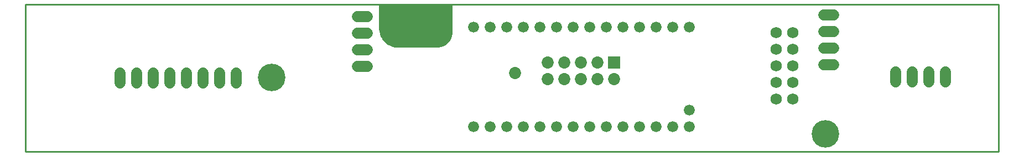
<source format=gbs>
G04 EAGLE Gerber RS-274X export*
G75*
%MOMM*%
%FSLAX34Y34*%
%LPD*%
%INSoldermask Bottom*%
%IPPOS*%
%AMOC8*
5,1,8,0,0,1.08239X$1,22.5*%
G01*
%ADD10C,0.000000*%
%ADD11C,1.727200*%
%ADD12C,1.853200*%
%ADD13C,1.727200*%
%ADD14R,1.853200X1.853200*%
%ADD15C,1.676400*%
%ADD16C,4.219200*%
%ADD17C,0.254000*%

G36*
X659012Y158623D02*
X659012Y158623D01*
X659027Y158621D01*
X662585Y158875D01*
X662608Y158882D01*
X662639Y158883D01*
X666124Y159641D01*
X666146Y159651D01*
X666176Y159656D01*
X669518Y160903D01*
X669538Y160916D01*
X669568Y160925D01*
X672698Y162635D01*
X672716Y162651D01*
X672744Y162664D01*
X675599Y164802D01*
X675615Y164820D01*
X675640Y164837D01*
X678163Y167360D01*
X678175Y167380D01*
X678198Y167401D01*
X680336Y170256D01*
X680345Y170278D01*
X680365Y170302D01*
X682075Y173432D01*
X682081Y173455D01*
X682097Y173482D01*
X683344Y176824D01*
X683347Y176847D01*
X683359Y176876D01*
X684117Y180361D01*
X684117Y180385D01*
X684125Y180415D01*
X684379Y183973D01*
X684377Y183985D01*
X684380Y184000D01*
X684380Y225000D01*
X684369Y225050D01*
X684367Y225101D01*
X684349Y225133D01*
X684341Y225169D01*
X684308Y225208D01*
X684284Y225253D01*
X684254Y225274D01*
X684231Y225302D01*
X684184Y225323D01*
X684142Y225353D01*
X684100Y225361D01*
X684072Y225373D01*
X684042Y225372D01*
X684000Y225380D01*
X572000Y225380D01*
X571950Y225369D01*
X571899Y225367D01*
X571867Y225349D01*
X571831Y225341D01*
X571792Y225308D01*
X571747Y225284D01*
X571726Y225254D01*
X571698Y225231D01*
X571677Y225184D01*
X571647Y225142D01*
X571639Y225100D01*
X571627Y225072D01*
X571628Y225042D01*
X571620Y225000D01*
X571620Y188000D01*
X571623Y187988D01*
X571621Y187973D01*
X571916Y183846D01*
X571923Y183823D01*
X571924Y183792D01*
X572803Y179749D01*
X572813Y179728D01*
X572818Y179697D01*
X574264Y175820D01*
X574278Y175800D01*
X574287Y175771D01*
X576270Y172139D01*
X576286Y172122D01*
X576299Y172094D01*
X578779Y168781D01*
X578797Y168766D01*
X578814Y168740D01*
X581740Y165814D01*
X581760Y165802D01*
X581781Y165779D01*
X585094Y163299D01*
X585115Y163290D01*
X585139Y163270D01*
X588771Y161287D01*
X588794Y161281D01*
X588820Y161264D01*
X592697Y159818D01*
X592720Y159815D01*
X592749Y159803D01*
X596792Y158924D01*
X596816Y158924D01*
X596846Y158916D01*
X600973Y158621D01*
X600985Y158623D01*
X601000Y158620D01*
X659000Y158620D01*
X659012Y158623D01*
G37*
D10*
X30000Y0D02*
X1520000Y0D01*
X1520000Y225000D01*
X30000Y225000D01*
X30000Y0D01*
D11*
X1204700Y181800D03*
X1179300Y181800D03*
X1204700Y156400D03*
X1179300Y156400D03*
X1204700Y131000D03*
X1179300Y131000D03*
X1204700Y105600D03*
X1179300Y105600D03*
X1204700Y80200D03*
X1179300Y80200D03*
D12*
X780000Y120000D03*
D13*
X175100Y119620D02*
X175100Y104380D01*
X200500Y104380D02*
X200500Y119620D01*
X225900Y119620D02*
X225900Y104380D01*
X251300Y104380D02*
X251300Y119620D01*
X276700Y119620D02*
X276700Y104380D01*
X302100Y104380D02*
X302100Y119620D01*
X327500Y119620D02*
X327500Y104380D01*
X352900Y104380D02*
X352900Y119620D01*
X1361900Y121620D02*
X1361900Y106380D01*
X1387300Y106380D02*
X1387300Y121620D01*
X1412700Y121620D02*
X1412700Y106380D01*
X1438100Y106380D02*
X1438100Y121620D01*
X553620Y206100D02*
X538380Y206100D01*
X538380Y180700D02*
X553620Y180700D01*
X553620Y155300D02*
X538380Y155300D01*
X538380Y129900D02*
X553620Y129900D01*
X1252380Y209100D02*
X1267620Y209100D01*
X1267620Y183700D02*
X1252380Y183700D01*
X1252380Y158300D02*
X1267620Y158300D01*
X1267620Y132900D02*
X1252380Y132900D01*
D14*
X930800Y135700D03*
D12*
X905400Y135700D03*
X880000Y135700D03*
X854600Y135700D03*
X829200Y135700D03*
X829200Y110300D03*
X854600Y110300D03*
X880000Y110300D03*
X905400Y110300D03*
X930800Y110300D03*
D15*
X716500Y190700D03*
X741900Y190700D03*
X767300Y190700D03*
X792700Y190700D03*
X818100Y190700D03*
X843500Y190700D03*
X868900Y190700D03*
X894300Y190700D03*
X919700Y190700D03*
X945100Y190700D03*
X970500Y190700D03*
X995900Y190700D03*
X1021300Y190700D03*
X1046700Y190700D03*
X1046700Y63700D03*
X1046700Y38300D03*
X1021300Y38300D03*
X995900Y38300D03*
X970500Y38300D03*
X945100Y38300D03*
X919700Y38300D03*
X894300Y38300D03*
X868900Y38300D03*
X843500Y38300D03*
X818100Y38300D03*
X792700Y38300D03*
X767300Y38300D03*
X741900Y38300D03*
X716500Y38300D03*
D16*
X1255000Y27000D03*
X407000Y113000D03*
D17*
X30000Y0D02*
X1520000Y0D01*
X1520000Y225000D01*
X30000Y225000D01*
X30000Y0D01*
M02*

</source>
